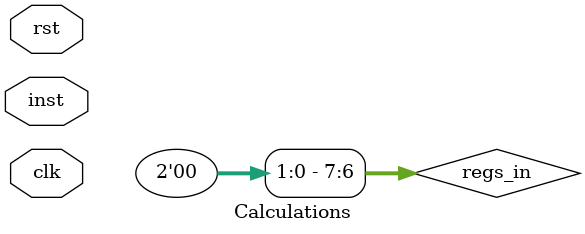
<source format=sv>

module Calculations (
    input logic clk,
    input logic rst,
    input byte  inst
);

  byte regs_in = 8'b0;
  byte regs_out;
  byte arith_out;

  byte reg2_out;
  byte reg3_out;

  logic [3:0] onehot_op;

  logic enable_regs;

  InstructionDecoder decoder (
      .inst(inst),
      .onehot_op(onehot_op)
  );

  assign enable_regs = (onehot_op[2] | onehot_op[0]);

  byte regs_inst;

  always_comb begin
    case (onehot_op)
      4'b0000: begin
        // Immediate Number
        regs_inst = 8'b00_110_000; // Copy from input to reg 0
        regs_in[5:0] = inst[5:0]; // Set input to inst body
      end
      default: begin
        regs_inst = inst;
      end
    endcase
  end

  Registers regs (
      .clk(clk),
      .rst(rst),
      .enable(enable_regs),
      .inst(regs_inst),
      .in(regs_in),
      .out(regs_out),
      .reg2(reg2_out),
      .reg3(reg3_out)
  );

  ArithmeticEngine arith (
      .in1(reg2_out),
      .in2(reg3_out),
      .op (inst),
      .out(arith_out)
  );

  always_comb begin
    case (onehot_op)
      4'b0001: out = regs_out;
      4'b0010: out = arith_out;
      4'b0100: out = regs_out;
      4'b1000: out = 1'h0;
    endcase
  end

endmodule

</source>
